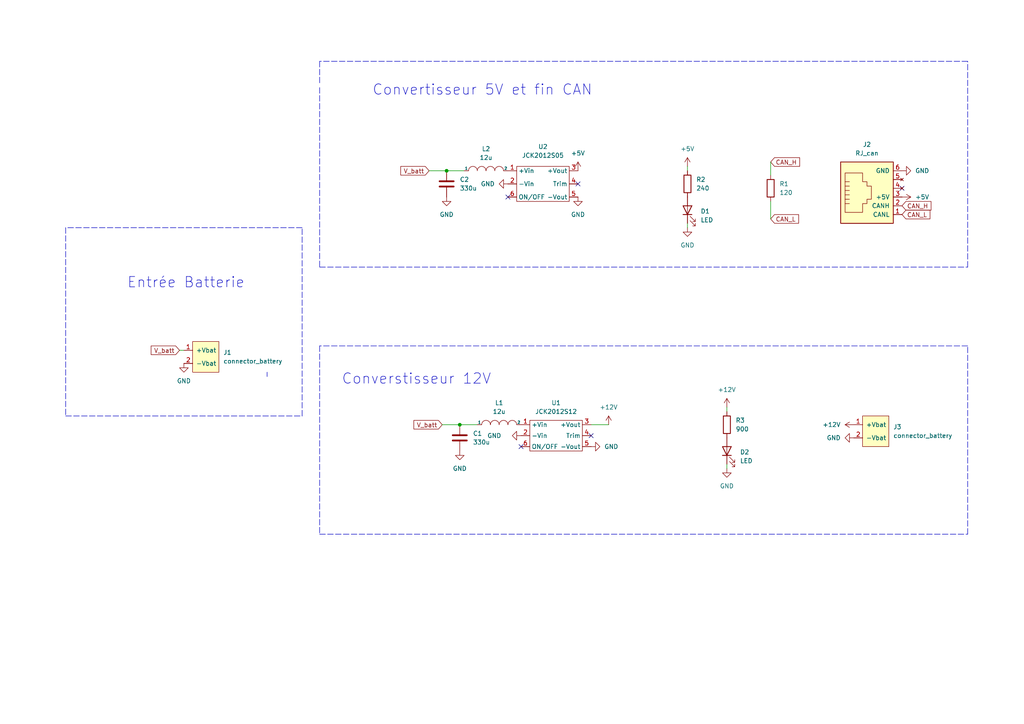
<source format=kicad_sch>
(kicad_sch (version 20211123) (generator eeschema)
  (paper "A4")
  (title_block (title "Carte Alimentation 2022") (date "2022-06-29") (company "Club Robot") (comment 1 "Andrea Pérez Fernández"))
  (lib_symbols
    (symbol "Device:C" (pin_numbers hide) (pin_names (offset 0.254))
      (property "Reference" "C" (at 0.635 2.54 0))
      (property "Value" "C" (at 0.635 -2.54 0))
      (symbol "C_0_1"
        (polyline (pts (xy -2.032 -0.762) (xy 2.032 -0.762)) (stroke (width 0.508)))
        (polyline (pts (xy -2.032 0.762) (xy 2.032 0.762)) (stroke (width 0.508)))
      )
      (symbol "C_1_1"
        (pin passive line (at 0 3.81 270) (length 2.794) (name "~") (number "1"))
        (pin passive line (at 0 -3.81 90) (length 2.794) (name "~") (number "2"))
      )
    )
    (symbol "Device:LED" (pin_numbers hide) (pin_names (offset 1.016) hide)
      (property "Reference" "D" (at 0 2.54 0))
      (property "Value" "LED" (at 0 -2.54 0))
      (symbol "LED_0_1"
        (polyline (pts (xy -1.27 -1.27) (xy -1.27 1.27)) (stroke (width 0.254)))
        (polyline (pts (xy -1.27 0) (xy 1.27 0)))
        (polyline (pts (xy 1.27 -1.27) (xy 1.27 1.27) (xy -1.27 0) (xy 1.27 -1.27)) (stroke (width 0.254)))
        (polyline (pts (xy -3.048 -0.762) (xy -4.572 -2.286) (xy -3.81 -2.286) (xy -4.572 -2.286) (xy -4.572 -1.524)))
        (polyline (pts (xy -1.778 -0.762) (xy -3.302 -2.286) (xy -2.54 -2.286) (xy -3.302 -2.286) (xy -3.302 -1.524)))
      )
      (symbol "LED_1_1"
        (pin passive line (at -3.81 0 0) (length 2.54) (name "K") (number "1"))
        (pin passive line (at 3.81 0 180) (length 2.54) (name "A") (number "2"))
      )
    )
    (symbol "Device:R" (pin_numbers hide) (pin_names (offset 0))
      (property "Reference" "R" (at 2.032 0 90))
      (property "Value" "R" (at 0 0 90))
      (symbol "R_0_1"
        (rectangle (start -1.016 -2.54) (end 1.016 2.54) (stroke (width 0.254)))
      )
      (symbol "R_1_1"
        (pin passive line (at 0 3.81 270) (length 1.27) (name "~") (number "1"))
        (pin passive line (at 0 -3.81 90) (length 1.27) (name "~") (number "2"))
      )
    )
    (symbol "Robot:JCK2012S05"
      (property "Reference" "U" (at 0 5.715 0))
      (property "Value" "JCK2012S05" (at 0 7.62 0))
      (symbol "JCK2012S05_0_1"
        (rectangle (start -7.62 5.08) (end 7.62 -5.08))
      )
      (symbol "JCK2012S05_1_1"
        (pin power_in line (at -10.16 3.81 0) (length 2.54) (name "+Vin") (number "1"))
        (pin power_in line (at -10.16 0 0) (length 2.54) (name "-Vin") (number "2"))
        (pin power_out line (at 10.16 3.81 180) (length 2.54) (name "+Vout") (number "3"))
        (pin bidirectional line (at 10.16 0 180) (length 2.54) (name "Trim") (number "4"))
        (pin power_out line (at 10.16 -3.81 180) (length 2.54) (name "-Vout") (number "5"))
        (pin bidirectional line (at -10.16 -3.81 0) (length 2.54) (name "ON/OFF") (number "6"))
      )
    )
    (symbol "Robot:JCK2012S12"
      (property "Reference" "U" (at 0 5.715 0))
      (property "Value" "JCK2012S12" (at 0 7.62 0))
      (symbol "JCK2012S12_0_1"
        (rectangle (start 7.62 -4.445) (end -7.62 4.445))
      )
      (symbol "JCK2012S12_1_1"
        (pin power_in line (at -10.16 3.175 0) (length 2.54) (name "+Vin") (number "1"))
        (pin power_in line (at -10.16 0 0) (length 2.54) (name "-Vin") (number "2"))
        (pin power_out line (at 10.16 3.175 180) (length 2.54) (name "+Vout") (number "3"))
        (pin bidirectional line (at 10.16 0 180) (length 2.54) (name "Trim") (number "4"))
        (pin power_out line (at 10.16 -3.175 180) (length 2.54) (name "-Vout") (number "5"))
        (pin bidirectional line (at -10.16 -3.175 0) (length 2.54) (name "ON/OFF") (number "6"))
      )
    )
    (symbol "Robot:RJ_can" (pin_names (offset 1.016))
      (property "Reference" "J1" (at 0 15.24 0))
      (property "Value" "RJ_can" (at 0 12.7 0))
      (symbol "RJ_can_0_1"
        (polyline (pts (xy -6.35 -1.905) (xy -5.08 -1.905) (xy -5.08 -1.905)))
        (polyline (pts (xy -6.35 -0.635) (xy -5.08 -0.635) (xy -5.08 -0.635)))
        (polyline (pts (xy -6.35 0.635) (xy -5.08 0.635) (xy -5.08 0.635)))
        (polyline (pts (xy -6.35 1.905) (xy -5.08 1.905) (xy -5.08 1.905)))
        (polyline (pts (xy -6.35 3.175) (xy -5.08 3.175) (xy -5.08 3.175)))
        (polyline (pts (xy -5.08 4.445) (xy -6.35 4.445) (xy -6.35 4.445)))
        (polyline (pts (xy -6.35 -4.445) (xy -6.35 6.985) (xy -1.27 6.985) (xy -1.27 4.445) (xy 0 4.445) (xy 0 3.175) (xy 1.27 3.175) (xy 1.27 -0.635) (xy 0 -0.635) (xy 0 -1.905) (xy -1.27 -1.905) (xy -1.27 -4.445) (xy -6.35 -4.445) (xy -6.35 -4.445)))
        (rectangle (start 7.62 10.16) (end -7.62 -7.62) (stroke (width 0.254)) (fill (type background)))
      )
      (symbol "RJ_can_1_1"
        (pin bidirectional line (at 10.16 -5.08 180) (length 2.54) (name "CANL") (number "1"))
        (pin passive line (at 10.16 -2.54 180) (length 2.54) (name "CANH") (number "2"))
        (pin power_out line (at 10.16 0 180) (length 2.54) (name "+5V") (number "3"))
        (pin no_connect line (at 10.16 2.54 180) (length 2.54) (name "") (number "4"))
        (pin no_connect line (at 10.16 5.08 180) (length 2.54) (name "~") (number "5"))
        (pin power_out line (at 10.16 7.62 180) (length 2.54) (name "GND") (number "6"))
      )
    )
    (symbol "Robot:connector_battery" (pin_names (offset 1))
      (property "Reference" "J" (at 0 0 0))
      (property "Value" "connector_battery" (at 0 1.905 0))
      (symbol "connector_battery_0_1"
        (rectangle (start -6.35 -1.27) (end 1.27 -10.16) (fill (type background)))
      )
      (symbol "connector_battery_1_1"
        (pin power_out line (at 3.81 -3.81 180) (length 2.54) (name "+Vbat") (number "1"))
        (pin power_out line (at 3.81 -7.62 180) (length 2.54) (name "-Vbat") (number "2"))
      )
    )
    (symbol "power:+12V" (power) (pin_names (offset 0))
      (property "Value" "+12V" (at 0 3.556 0))
      (symbol "+12V_0_1"
        (polyline (pts (xy -0.762 1.27) (xy 0 2.54)))
        (polyline (pts (xy 0 0) (xy 0 2.54)))
        (polyline (pts (xy 0 2.54) (xy 0.762 1.27)))
      )
      (symbol "+12V_1_1"
        (pin power_in line (at 0 0 90) (length 0) hide (name "+12V") (number "1"))
      )
    )
    (symbol "power:+5V" (power) (pin_names (offset 0))
      (property "Value" "+5V" (at 0 3.556 0))
      (symbol "+5V_0_1"
        (polyline (pts (xy -0.762 1.27) (xy 0 2.54)))
        (polyline (pts (xy 0 0) (xy 0 2.54)))
        (polyline (pts (xy 0 2.54) (xy 0.762 1.27)))
      )
      (symbol "+5V_1_1"
        (pin power_in line (at 0 0 90) (length 0) hide (name "+5V") (number "1"))
      )
    )
    (symbol "power:GND" (power) (pin_names (offset 0))
      (property "Value" "GND" (at 0 -3.81 0))
      (symbol "GND_0_1"
        (polyline (pts (xy 0 0) (xy 0 -1.27) (xy 1.27 -1.27) (xy 0 -2.54) (xy -1.27 -1.27) (xy 0 -1.27)))
      )
      (symbol "GND_1_1"
        (pin power_in line (at 0 0 270) (length 0) hide (name "GND") (number "1"))
      )
    )
    (symbol "pspice:INDUCTOR" (pin_numbers hide) (pin_names (offset 0))
      (property "Reference" "L" (at 0 2.54 0))
      (property "Value" "INDUCTOR" (at 0 -1.27 0))
      (symbol "INDUCTOR_0_1"
        (arc (start -2.54 0) (mid -3.81 1.27) (end -5.08 0))
        (arc (start 0 0) (mid -1.27 1.27) (end -2.54 0))
        (arc (start 2.54 0) (mid 1.27 1.27) (end 0 0))
        (arc (start 5.08 0) (mid 3.81 1.27) (end 2.54 0))
      )
      (symbol "INDUCTOR_1_1"
        (pin input line (at -6.35 0 0) (length 1.27) (name "1") (number "1"))
        (pin input line (at 6.35 0 180) (length 1.27) (name "2") (number "2"))
      )
    )
  )
  (junction (at 129.54 49.53))
  (junction (at 133.35 123.19))
  (no_connect (at 261.62 54.61))
  (no_connect (at 151.13 129.54))
  (no_connect (at 171.45 126.365))
  (no_connect (at 147.32 57.15))
  (no_connect (at 167.64 53.34))
  (polyline (pts (xy 87.63 66.04) (xy 19.05 66.04)))
  (polyline (pts (xy 19.05 66.04) (xy 19.05 120.65)))
  (polyline (pts (xy 280.67 154.94) (xy 280.67 100.33)))
  (polyline (pts (xy 92.71 77.47) (xy 280.67 77.47)))
  (wire (pts (xy 133.35 123.19) (xy 138.43 123.19)))
  (polyline (pts (xy 77.47 109.22) (xy 77.47 107.95)))
  (polyline (pts (xy 87.63 120.65) (xy 87.63 66.04)))
  (polyline (pts (xy 280.67 77.47) (xy 280.67 17.78)))
  (polyline (pts (xy 280.67 100.33) (xy 92.71 100.33)))
  (wire (pts (xy 210.82 118.11) (xy 210.82 119.38)))
  (wire (pts (xy 171.45 123.19) (xy 176.53 123.19)))
  (polyline (pts (xy 92.71 17.78) (xy 92.71 24.13)))
  (polyline (pts (xy 92.71 25.4) (xy 92.71 77.47)))
  (wire (pts (xy 128.27 123.19) (xy 133.35 123.19)))
  (wire (pts (xy 199.39 66.04) (xy 199.39 64.77)))
  (polyline (pts (xy 19.05 120.65) (xy 87.63 120.65)))
  (wire (pts (xy 129.54 49.53) (xy 134.62 49.53)))
  (wire (pts (xy 124.46 49.53) (xy 129.54 49.53)))
  (polyline (pts (xy 280.67 17.78) (xy 92.71 17.78)))
  (wire (pts (xy 223.52 46.99) (xy 223.52 50.8)))
  (polyline (pts (xy 92.71 100.33) (xy 92.71 154.94)))
  (wire (pts (xy 223.52 58.42) (xy 223.52 63.5)))
  (polyline (pts (xy 92.71 154.94) (xy 280.67 154.94)))
  (wire (pts (xy 199.39 48.26) (xy 199.39 49.53)))
  (wire (pts (xy 210.82 135.89) (xy 210.82 134.62)))
  (wire (pts (xy 52.07 101.6) (xy 53.34 101.6)))
  (text "Entrée Batterie\n" (at 36.83 83.82 0) (effects (font (size 3 3)) (justify left bottom)))
  (text "Convertisseur 5V et fin CAN\n" (at 107.95 27.94 0) (effects (font (size 3 3)) (justify left bottom)))
  (text "Converstisseur 12V" (at 99.06 111.76 0) (effects (font (size 3 3)) (justify left bottom)))
  (global_label "CAN_H" (shape input) (at 261.62 59.69 0) (property "Referencias entre hojas" "${INTERSHEET_REFS}" (effects hide)))
  (global_label "V_batt" (shape input) (at 128.27 123.19 180) (property "Referencias entre hojas" "${INTERSHEET_REFS}" (effects hide)))
  (global_label "V_batt" (shape input) (at 52.07 101.6 180) (property "Referencias entre hojas" "${INTERSHEET_REFS}" (effects hide)))
  (global_label "CAN_L" (shape input) (at 223.52 63.5 0) (property "Referencias entre hojas" "${INTERSHEET_REFS}" (effects hide)))
  (global_label "CAN_H" (shape input) (at 223.52 46.99 0) (property "Referencias entre hojas" "${INTERSHEET_REFS}" (effects hide)))
  (global_label "V_batt" (shape input) (at 124.46 49.53 180) (property "Referencias entre hojas" "${INTERSHEET_REFS}" (effects hide)))
  (global_label "CAN_L" (shape input) (at 261.62 62.23 0) (property "Referencias entre hojas" "${INTERSHEET_REFS}" (effects hide)))
  (symbol (lib_id "power:GND") (at 199.39 66.04 0) (unit 1)
    (property "Reference" "#PWR0117" (effects hide))
    (property "Value" "GND" (at 199.39 71.12 0))
  )
  (symbol (lib_id "power:GND") (at 171.45 129.54 90) (unit 1)
    (property "Reference" "#PWR0103" (effects hide))
    (property "Value" "GND" (at 175.26 129.5399 90) (effects (justify right)))
  )
  (symbol (lib_id "power:+12V") (at 176.53 123.19 0) (unit 1)
    (property "Reference" "#PWR0107" (effects hide))
    (property "Value" "+12V" (at 176.53 118.11 0))
  )
  (symbol (lib_id "power:GND") (at 167.64 57.15 0) (unit 1)
    (property "Reference" "#PWR0104" (effects hide))
    (property "Value" "GND" (at 167.64 62.23 0))
  )
  (symbol (lib_id "power:+5V") (at 199.39 48.26 0) (unit 1)
    (property "Reference" "#PWR0116" (effects hide))
    (property "Value" "+5V" (at 199.39 43.18 0))
  )
  (symbol (lib_id "Robot:JCK2012S05") (at 157.48 53.34 0) (unit 1)
    (property "Reference" "U2" (at 157.48 42.545 0))
    (property "Value" "JCK2012S05" (at 157.48 45.085 0))
    (property "Footprint" "alimentation:JCK2012S05" (effects hide))
  )
  (symbol (lib_id "Robot:connector_battery") (at 251.46 119.38 0) (mirror y) (unit 1)
    (property "Reference" "J3" (at 259.08 123.8249 0) (effects (justify right)))
    (property "Value" "connector_battery" (at 259.08 126.3649 0) (effects (justify right)))
    (property "Footprint" "Robot:WR_TBL_3137_2pins" (effects hide))
  )
  (symbol (lib_id "power:GND") (at 133.35 130.81 0) (unit 1)
    (property "Reference" "#PWR0113" (effects hide))
    (property "Value" "GND" (at 133.35 135.89 0))
  )
  (symbol (lib_id "power:GND") (at 151.13 126.365 270) (unit 1)
    (property "Reference" "#PWR0101" (effects hide))
    (property "Value" "GND" (at 145.415 126.3649 90) (effects (justify right)))
  )
  (symbol (lib_id "Device:C") (at 133.35 127 0) (unit 1)
    (property "Reference" "C1" (at 137.16 125.7299 0) (effects (justify left)))
    (property "Value" "330u" (at 137.16 128.2699 0) (effects (justify left)))
    (property "Footprint" "Capacitor_THT:CP_Radial_D7.5mm_P2.50mm" (effects hide))
  )
  (symbol (lib_id "Device:R") (at 199.39 53.34 0) (unit 1)
    (property "Reference" "R2" (at 201.93 52.0699 0) (effects (justify left)))
    (property "Value" "240" (at 201.93 54.6099 0) (effects (justify left)))
    (property "Footprint" "Resistor_SMD:R_0805_2012Metric_Pad1.20x1.40mm_HandSolder" (effects hide))
  )
  (symbol (lib_id "power:GND") (at 147.32 53.34 270) (unit 1)
    (property "Reference" "#PWR0106" (effects hide))
    (property "Value" "GND" (at 143.51 53.3399 90) (effects (justify right)))
  )
  (symbol (lib_id "power:GND") (at 210.82 135.89 0) (unit 1)
    (property "Reference" "#PWR0115" (effects hide))
    (property "Value" "GND" (at 210.82 140.97 0))
  )
  (symbol (lib_id "power:GND") (at 53.34 105.41 0) (unit 1)
    (property "Reference" "#PWR0102" (effects hide))
    (property "Value" "GND" (at 53.34 110.49 0))
  )
  (symbol (lib_id "Device:R") (at 210.82 123.19 0) (unit 1)
    (property "Reference" "R3" (at 213.36 121.9199 0) (effects (justify left)))
    (property "Value" "900" (at 213.36 124.4599 0) (effects (justify left)))
    (property "Footprint" "Resistor_SMD:R_0805_2012Metric_Pad1.20x1.40mm_HandSolder" (effects hide))
  )
  (symbol (lib_id "pspice:INDUCTOR") (at 140.97 49.53 0) (unit 1)
    (property "Reference" "L2" (at 140.97 43.18 0))
    (property "Value" "12u" (at 140.97 45.72 0))
    (property "Footprint" "Inductor_THT:L_Radial_D7.8mm_P5.00mm_Fastron_07HCP" (effects hide))
  )
  (symbol (lib_id "power:+12V") (at 210.82 118.11 0) (unit 1)
    (property "Reference" "#PWR0114" (effects hide))
    (property "Value" "+12V" (at 210.82 113.03 0))
  )
  (symbol (lib_id "power:+5V") (at 261.62 57.15 270) (unit 1)
    (property "Reference" "#PWR0110" (effects hide))
    (property "Value" "+5V" (at 265.43 57.1499 90) (effects (justify left)))
  )
  (symbol (lib_id "pspice:INDUCTOR") (at 144.78 123.19 0) (unit 1)
    (property "Reference" "L1" (at 144.78 116.84 0))
    (property "Value" "12u" (at 144.78 119.38 0))
    (property "Footprint" "Inductor_THT:L_Radial_D7.8mm_P5.00mm_Fastron_07HCP" (effects hide))
  )
  (symbol (lib_id "Device:R") (at 223.52 54.61 0) (unit 1)
    (property "Reference" "R1" (at 226.06 53.3399 0) (effects (justify left)))
    (property "Value" "120" (at 226.06 55.8799 0) (effects (justify left)))
    (property "Footprint" "Resistor_SMD:R_0805_2012Metric_Pad1.20x1.40mm_HandSolder" (effects hide))
  )
  (symbol (lib_id "power:GND") (at 247.65 127 270) (unit 1)
    (property "Reference" "#PWR0108" (effects hide))
    (property "Value" "GND" (at 243.84 126.9999 90) (effects (justify right)))
  )
  (symbol (lib_id "power:+5V") (at 167.64 49.53 0) (unit 1)
    (property "Reference" "#PWR0105" (effects hide))
    (property "Value" "+5V" (at 167.64 44.45 0))
  )
  (symbol (lib_id "Robot:RJ_can") (at 251.46 57.15 0) (unit 1)
    (property "Reference" "J2" (at 251.46 41.91 0))
    (property "Value" "RJ_can" (at 251.46 44.45 0))
    (property "Footprint" "Robot:RJ12" (effects hide))
    (property "Datasheet" "https://www.notion.so/fb11deb952ea4e10a2e068dc0e72e040" (effects hide))
  )
  (symbol (lib_id "power:+12V") (at 247.65 123.19 90) (unit 1)
    (property "Reference" "#PWR0109" (effects hide))
    (property "Value" "+12V" (at 243.84 123.1899 90) (effects (justify left)))
  )
  (symbol (lib_id "power:GND") (at 261.62 49.53 90) (unit 1)
    (property "Reference" "#PWR0111" (effects hide))
    (property "Value" "GND" (at 265.43 49.5299 90) (effects (justify right)))
  )
  (symbol (lib_id "power:GND") (at 129.54 57.15 0) (unit 1)
    (property "Reference" "#PWR0112" (effects hide))
    (property "Value" "GND" (at 129.54 62.23 0))
  )
  (symbol (lib_id "Robot:JCK2012S12") (at 161.29 126.365 0) (unit 1)
    (property "Reference" "U1" (at 161.29 116.84 0))
    (property "Value" "JCK2012S12" (at 161.29 119.38 0))
    (property "Footprint" "alimentation:JCK2012S05" (effects hide))
  )
  (symbol (lib_id "Device:LED") (at 199.39 60.96 90) (unit 1)
    (property "Reference" "D1" (at 203.2 61.2774 90) (effects (justify right)))
    (property "Value" "LED" (at 203.2 63.8174 90) (effects (justify right)))
    (property "Footprint" "LED_THT:LED_D5.0mm" (effects hide))
  )
  (symbol (lib_id "Device:LED") (at 210.82 130.81 90) (unit 1)
    (property "Reference" "D2" (at 214.63 131.1274 90) (effects (justify right)))
    (property "Value" "LED" (at 214.63 133.6674 90) (effects (justify right)))
    (property "Footprint" "LED_THT:LED_D5.0mm" (effects hide))
  )
  (symbol (lib_id "Device:C") (at 129.54 53.34 0) (unit 1)
    (property "Reference" "C2" (at 133.35 52.0699 0) (effects (justify left)))
    (property "Value" "330u" (at 133.35 54.6099 0) (effects (justify left)))
    (property "Footprint" "Capacitor_THT:CP_Radial_D7.5mm_P2.50mm" (effects hide))
  )
  (symbol (lib_id "Robot:connector_battery") (at 57.15 97.79 0) (mirror y) (unit 1)
    (property "Reference" "J1" (at 64.77 102.2349 0) (effects (justify right)))
    (property "Value" "connector_battery" (at 64.77 104.7749 0) (effects (justify right)))
    (property "Footprint" "Robot:WR_TBL_3137_2pins" (effects hide))
  )
)
</source>
